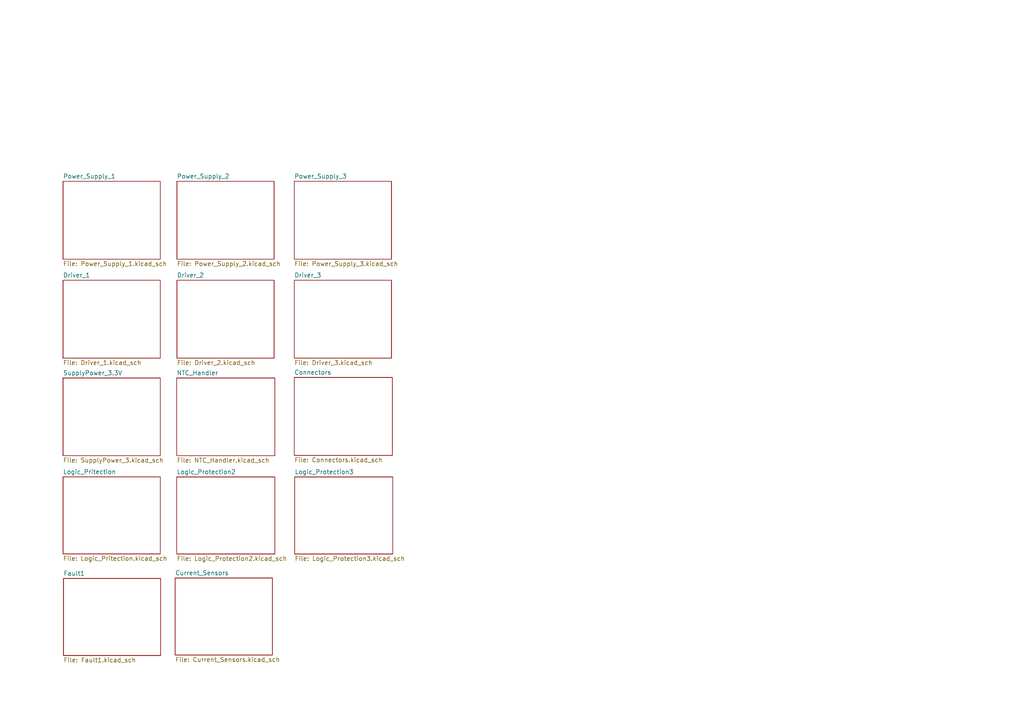
<source format=kicad_sch>
(kicad_sch
	(version 20231120)
	(generator "eeschema")
	(generator_version "8.0")
	(uuid "e63e39d7-6ac0-4ffd-8aa3-1841a4541b55")
	(paper "A4")
	(lib_symbols)
	(sheet
		(at 18.288 81.28)
		(size 28.194 22.606)
		(fields_autoplaced yes)
		(stroke
			(width 0.1524)
			(type solid)
		)
		(fill
			(color 0 0 0 0.0000)
		)
		(uuid "24ca47b2-866f-4c90-ba1b-98c358d573e6")
		(property "Sheetname" "Driver_1"
			(at 18.288 80.5684 0)
			(effects
				(font
					(size 1.27 1.27)
				)
				(justify left bottom)
			)
		)
		(property "Sheetfile" "Driver_1.kicad_sch"
			(at 18.288 104.4706 0)
			(effects
				(font
					(size 1.27 1.27)
				)
				(justify left top)
			)
		)
		(instances
			(project "Adapter"
				(path "/e63e39d7-6ac0-4ffd-8aa3-1841a4541b55"
					(page "12")
				)
			)
		)
	)
	(sheet
		(at 85.344 52.578)
		(size 28.194 22.606)
		(fields_autoplaced yes)
		(stroke
			(width 0.1524)
			(type solid)
		)
		(fill
			(color 0 0 0 0.0000)
		)
		(uuid "3f2b9816-0353-4471-8753-8626d6dd2b30")
		(property "Sheetname" "Power_Supply_3"
			(at 85.344 51.8664 0)
			(effects
				(font
					(size 1.27 1.27)
				)
				(justify left bottom)
			)
		)
		(property "Sheetfile" "Power_Supply_3.kicad_sch"
			(at 85.344 75.7686 0)
			(effects
				(font
					(size 1.27 1.27)
				)
				(justify left top)
			)
		)
		(instances
			(project "Adapter"
				(path "/e63e39d7-6ac0-4ffd-8aa3-1841a4541b55"
					(page "17")
				)
			)
		)
	)
	(sheet
		(at 18.288 109.6264)
		(size 28.194 22.5552)
		(fields_autoplaced yes)
		(stroke
			(width 0.1524)
			(type solid)
		)
		(fill
			(color 0 0 0 0.0000)
		)
		(uuid "48506f31-24d2-459a-84b5-2cde043f3b1b")
		(property "Sheetname" "SupplyPower_3.3V"
			(at 18.288 108.9148 0)
			(effects
				(font
					(size 1.27 1.27)
				)
				(justify left bottom)
			)
		)
		(property "Sheetfile" "SupplyPower_3.kicad_sch"
			(at 18.288 132.7662 0)
			(effects
				(font
					(size 1.27 1.27)
				)
				(justify left top)
			)
		)
		(instances
			(project "Adapter"
				(path "/e63e39d7-6ac0-4ffd-8aa3-1841a4541b55"
					(page "10")
				)
			)
		)
	)
	(sheet
		(at 85.344 81.28)
		(size 28.194 22.606)
		(fields_autoplaced yes)
		(stroke
			(width 0.1524)
			(type solid)
		)
		(fill
			(color 0 0 0 0.0000)
		)
		(uuid "4f6bfb91-7e0a-4b8d-9918-082ff107cb6c")
		(property "Sheetname" "Driver_3"
			(at 85.344 80.5684 0)
			(effects
				(font
					(size 1.27 1.27)
				)
				(justify left bottom)
			)
		)
		(property "Sheetfile" "Driver_3.kicad_sch"
			(at 85.344 104.4706 0)
			(effects
				(font
					(size 1.27 1.27)
				)
				(justify left top)
			)
		)
		(instances
			(project "Adapter"
				(path "/e63e39d7-6ac0-4ffd-8aa3-1841a4541b55"
					(page "14")
				)
			)
		)
	)
	(sheet
		(at 50.8 167.64)
		(size 28.194 22.352)
		(fields_autoplaced yes)
		(stroke
			(width 0.1524)
			(type solid)
		)
		(fill
			(color 0 0 0 0.0000)
		)
		(uuid "67ea8833-ced1-4081-a899-15fa07aad06e")
		(property "Sheetname" "Current_Sensors"
			(at 50.8 166.9284 0)
			(effects
				(font
					(size 1.27 1.27)
				)
				(justify left bottom)
			)
		)
		(property "Sheetfile" "Current_Sensors.kicad_sch"
			(at 50.8 190.5766 0)
			(effects
				(font
					(size 1.27 1.27)
				)
				(justify left top)
			)
		)
		(instances
			(project "Adapter"
				(path "/e63e39d7-6ac0-4ffd-8aa3-1841a4541b55"
					(page "4")
				)
			)
		)
	)
	(sheet
		(at 51.308 81.28)
		(size 28.194 22.606)
		(fields_autoplaced yes)
		(stroke
			(width 0.1524)
			(type solid)
		)
		(fill
			(color 0 0 0 0.0000)
		)
		(uuid "7be86f5d-dd1f-4f1b-8cd0-4746349973df")
		(property "Sheetname" "Driver_2"
			(at 51.308 80.5684 0)
			(effects
				(font
					(size 1.27 1.27)
				)
				(justify left bottom)
			)
		)
		(property "Sheetfile" "Driver_2.kicad_sch"
			(at 51.308 104.4706 0)
			(effects
				(font
					(size 1.27 1.27)
				)
				(justify left top)
			)
		)
		(instances
			(project "Adapter"
				(path "/e63e39d7-6ac0-4ffd-8aa3-1841a4541b55"
					(page "13")
				)
			)
		)
	)
	(sheet
		(at 18.288 138.303)
		(size 28.194 22.352)
		(fields_autoplaced yes)
		(stroke
			(width 0.1524)
			(type solid)
		)
		(fill
			(color 0 0 0 0.0000)
		)
		(uuid "7c11a07f-525c-45a7-9ad1-361ea90615cc")
		(property "Sheetname" "Logic_Pritection"
			(at 18.288 137.5914 0)
			(effects
				(font
					(size 1.27 1.27)
				)
				(justify left bottom)
			)
		)
		(property "Sheetfile" "Logic_Pritection.kicad_sch"
			(at 18.288 161.2396 0)
			(effects
				(font
					(size 1.27 1.27)
				)
				(justify left top)
			)
		)
		(instances
			(project "Adapter"
				(path "/e63e39d7-6ac0-4ffd-8aa3-1841a4541b55"
					(page "3")
				)
			)
		)
	)
	(sheet
		(at 18.288 52.578)
		(size 28.194 22.606)
		(fields_autoplaced yes)
		(stroke
			(width 0.1524)
			(type solid)
		)
		(fill
			(color 0 0 0 0.0000)
		)
		(uuid "8bc24c89-3b12-490f-84ca-49e9e82b282d")
		(property "Sheetname" "Power_Supply_1"
			(at 18.288 51.8664 0)
			(effects
				(font
					(size 1.27 1.27)
				)
				(justify left bottom)
			)
		)
		(property "Sheetfile" "Power_Supply_1.kicad_sch"
			(at 18.288 75.7686 0)
			(effects
				(font
					(size 1.27 1.27)
				)
				(justify left top)
			)
		)
		(instances
			(project "Adapter"
				(path "/e63e39d7-6ac0-4ffd-8aa3-1841a4541b55"
					(page "15")
				)
			)
		)
	)
	(sheet
		(at 85.344 109.474)
		(size 28.448 22.606)
		(fields_autoplaced yes)
		(stroke
			(width 0.1524)
			(type solid)
		)
		(fill
			(color 0 0 0 0.0000)
		)
		(uuid "98be4b32-51d8-4f7b-9b74-14890e40923b")
		(property "Sheetname" "Connectors"
			(at 85.344 108.7624 0)
			(effects
				(font
					(size 1.27 1.27)
				)
				(justify left bottom)
			)
		)
		(property "Sheetfile" "Connectors.kicad_sch"
			(at 85.344 132.6646 0)
			(effects
				(font
					(size 1.27 1.27)
				)
				(justify left top)
			)
		)
		(instances
			(project "Adapter"
				(path "/e63e39d7-6ac0-4ffd-8aa3-1841a4541b55"
					(page "11")
				)
			)
		)
	)
	(sheet
		(at 51.2572 109.6264)
		(size 28.448 22.5552)
		(fields_autoplaced yes)
		(stroke
			(width 0.1524)
			(type solid)
		)
		(fill
			(color 0 0 0 0.0000)
		)
		(uuid "bd631d25-c4d3-4dfd-857d-5758a7c83797")
		(property "Sheetname" "NTC_Handler"
			(at 51.2572 108.9148 0)
			(effects
				(font
					(size 1.27 1.27)
				)
				(justify left bottom)
			)
		)
		(property "Sheetfile" "NTC_Handler.kicad_sch"
			(at 51.2572 132.7662 0)
			(effects
				(font
					(size 1.27 1.27)
				)
				(justify left top)
			)
		)
		(instances
			(project "Adapter"
				(path "/e63e39d7-6ac0-4ffd-8aa3-1841a4541b55"
					(page "9")
				)
			)
		)
	)
	(sheet
		(at 18.415 167.767)
		(size 28.194 22.352)
		(fields_autoplaced yes)
		(stroke
			(width 0.1524)
			(type solid)
		)
		(fill
			(color 0 0 0 0.0000)
		)
		(uuid "c04386e0-b49e-4fff-b380-675af13a62cb")
		(property "Sheetname" "Fault1"
			(at 18.415 167.0554 0)
			(effects
				(font
					(size 1.27 1.27)
				)
				(justify left bottom)
			)
		)
		(property "Sheetfile" "Fault1.kicad_sch"
			(at 18.415 190.7036 0)
			(effects
				(font
					(size 1.27 1.27)
				)
				(justify left top)
			)
		)
		(instances
			(project "Adapter"
				(path "/e63e39d7-6ac0-4ffd-8aa3-1841a4541b55"
					(page "2")
				)
			)
		)
	)
	(sheet
		(at 51.2572 138.3284)
		(size 28.448 22.352)
		(fields_autoplaced yes)
		(stroke
			(width 0.1524)
			(type solid)
		)
		(fill
			(color 0 0 0 0.0000)
		)
		(uuid "d144a014-f04c-4a5c-ab89-4d35bea7c7d6")
		(property "Sheetname" "Logic_Protection2"
			(at 51.2572 137.6168 0)
			(effects
				(font
					(size 1.27 1.27)
				)
				(justify left bottom)
			)
		)
		(property "Sheetfile" "Logic_Protection2.kicad_sch"
			(at 51.2572 161.265 0)
			(effects
				(font
					(size 1.27 1.27)
				)
				(justify left top)
			)
		)
		(instances
			(project "Adapter"
				(path "/e63e39d7-6ac0-4ffd-8aa3-1841a4541b55"
					(page "6")
				)
			)
		)
	)
	(sheet
		(at 51.308 52.578)
		(size 28.194 22.606)
		(fields_autoplaced yes)
		(stroke
			(width 0.1524)
			(type solid)
		)
		(fill
			(color 0 0 0 0.0000)
		)
		(uuid "d15de62d-a72f-4a11-bc27-e846a6167c42")
		(property "Sheetname" "Power_Supply_2"
			(at 51.308 51.8664 0)
			(effects
				(font
					(size 1.27 1.27)
				)
				(justify left bottom)
			)
		)
		(property "Sheetfile" "Power_Supply_2.kicad_sch"
			(at 51.308 75.7686 0)
			(effects
				(font
					(size 1.27 1.27)
				)
				(justify left top)
			)
		)
		(instances
			(project "Adapter"
				(path "/e63e39d7-6ac0-4ffd-8aa3-1841a4541b55"
					(page "16")
				)
			)
		)
	)
	(sheet
		(at 85.471 138.3284)
		(size 28.448 22.352)
		(fields_autoplaced yes)
		(stroke
			(width 0.1524)
			(type solid)
		)
		(fill
			(color 0 0 0 0.0000)
		)
		(uuid "db5d7e63-27d7-4aee-825c-495c36afbd19")
		(property "Sheetname" "Logic_Protection3"
			(at 85.471 137.6168 0)
			(effects
				(font
					(size 1.27 1.27)
				)
				(justify left bottom)
			)
		)
		(property "Sheetfile" "Logic_Protection3.kicad_sch"
			(at 85.471 161.265 0)
			(effects
				(font
					(size 1.27 1.27)
				)
				(justify left top)
			)
		)
		(instances
			(project "Adapter"
				(path "/e63e39d7-6ac0-4ffd-8aa3-1841a4541b55"
					(page "7")
				)
			)
		)
	)
	(sheet_instances
		(path "/"
			(page "1")
		)
	)
)

</source>
